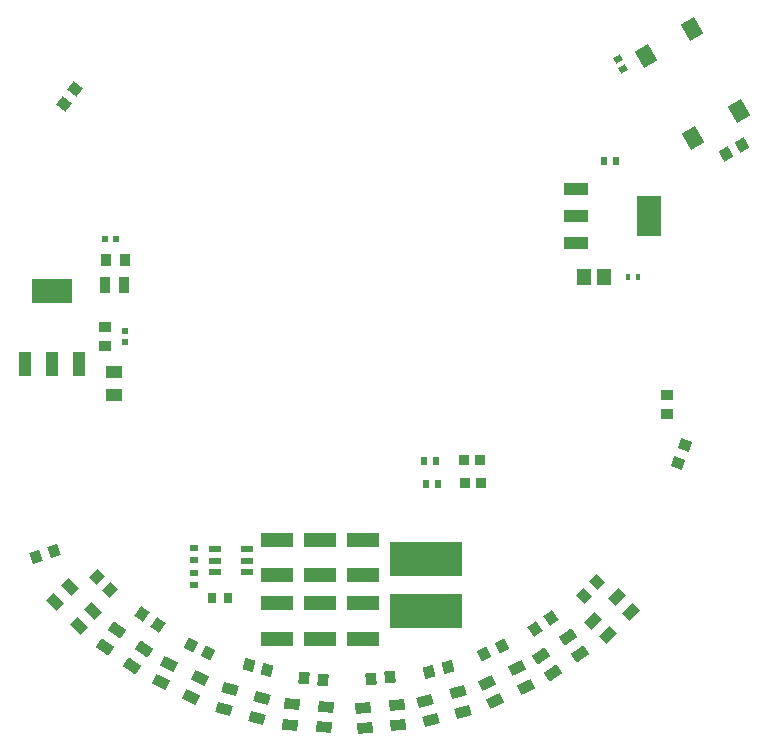
<source format=gtp>
G04*
G04 #@! TF.GenerationSoftware,Altium Limited,Altium Designer,18.1.9 (240)*
G04*
G04 Layer_Color=8421504*
%FSLAX25Y25*%
%MOIN*%
G70*
G01*
G75*
G04:AMPARAMS|DCode=22|XSize=62.99mil|YSize=51.18mil|CornerRadius=0mil|HoleSize=0mil|Usage=FLASHONLY|Rotation=120.000|XOffset=0mil|YOffset=0mil|HoleType=Round|Shape=Rectangle|*
%AMROTATEDRECTD22*
4,1,4,0.03791,-0.01448,-0.00641,-0.04007,-0.03791,0.01448,0.00641,0.04007,0.03791,-0.01448,0.0*
%
%ADD22ROTATEDRECTD22*%

%ADD23R,0.03937X0.02362*%
%ADD24R,0.08465X0.04331*%
%ADD25R,0.08465X0.04331*%
%ADD26R,0.08465X0.13780*%
G04:AMPARAMS|DCode=27|XSize=51.18mil|YSize=35.43mil|CornerRadius=0mil|HoleSize=0mil|Usage=FLASHONLY|Rotation=45.000|XOffset=0mil|YOffset=0mil|HoleType=Round|Shape=Rectangle|*
%AMROTATEDRECTD27*
4,1,4,-0.00557,-0.03062,-0.03062,-0.00557,0.00557,0.03062,0.03062,0.00557,-0.00557,-0.03062,0.0*
%
%ADD27ROTATEDRECTD27*%

%ADD28R,0.05512X0.04134*%
%ADD29R,0.03937X0.03543*%
%ADD30R,0.02165X0.02559*%
%ADD31R,0.01772X0.02165*%
%ADD32R,0.24016X0.11614*%
%ADD33R,0.04331X0.08465*%
%ADD34R,0.04331X0.08465*%
%ADD35R,0.13780X0.08465*%
%ADD36R,0.04724X0.05512*%
%ADD37R,0.03347X0.03740*%
%ADD38R,0.10630X0.04528*%
%ADD39R,0.03740X0.05315*%
G04:AMPARAMS|DCode=40|XSize=39.37mil|YSize=35.43mil|CornerRadius=0mil|HoleSize=0mil|Usage=FLASHONLY|Rotation=142.000|XOffset=0mil|YOffset=0mil|HoleType=Round|Shape=Rectangle|*
%AMROTATEDRECTD40*
4,1,4,0.02642,0.00184,0.00461,-0.02608,-0.02642,-0.00184,-0.00461,0.02608,0.02642,0.00184,0.0*
%
%ADD40ROTATEDRECTD40*%

%ADD41R,0.02756X0.03543*%
%ADD42R,0.02441X0.02441*%
G04:AMPARAMS|DCode=43|XSize=25.59mil|YSize=21.65mil|CornerRadius=0mil|HoleSize=0mil|Usage=FLASHONLY|Rotation=210.000|XOffset=0mil|YOffset=0mil|HoleType=Round|Shape=Rectangle|*
%AMROTATEDRECTD43*
4,1,4,0.00567,0.01577,0.01649,-0.00298,-0.00567,-0.01577,-0.01649,0.00298,0.00567,0.01577,0.0*
%
%ADD43ROTATEDRECTD43*%

%ADD44R,0.02559X0.02165*%
%ADD45R,0.02441X0.02441*%
%ADD46R,0.03543X0.03937*%
G04:AMPARAMS|DCode=47|XSize=39.37mil|YSize=35.43mil|CornerRadius=0mil|HoleSize=0mil|Usage=FLASHONLY|Rotation=120.000|XOffset=0mil|YOffset=0mil|HoleType=Round|Shape=Rectangle|*
%AMROTATEDRECTD47*
4,1,4,0.02519,-0.00819,-0.00550,-0.02591,-0.02519,0.00819,0.00550,0.02591,0.02519,-0.00819,0.0*
%
%ADD47ROTATEDRECTD47*%

G04:AMPARAMS|DCode=48|XSize=39.37mil|YSize=35.43mil|CornerRadius=0mil|HoleSize=0mil|Usage=FLASHONLY|Rotation=225.000|XOffset=0mil|YOffset=0mil|HoleType=Round|Shape=Rectangle|*
%AMROTATEDRECTD48*
4,1,4,0.00139,0.02645,0.02645,0.00139,-0.00139,-0.02645,-0.02645,-0.00139,0.00139,0.02645,0.0*
%
%ADD48ROTATEDRECTD48*%

G04:AMPARAMS|DCode=49|XSize=39.37mil|YSize=35.43mil|CornerRadius=0mil|HoleSize=0mil|Usage=FLASHONLY|Rotation=235.000|XOffset=0mil|YOffset=0mil|HoleType=Round|Shape=Rectangle|*
%AMROTATEDRECTD49*
4,1,4,-0.00322,0.02629,0.02580,0.00596,0.00322,-0.02629,-0.02580,-0.00596,-0.00322,0.02629,0.0*
%
%ADD49ROTATEDRECTD49*%

G04:AMPARAMS|DCode=50|XSize=39.37mil|YSize=35.43mil|CornerRadius=0mil|HoleSize=0mil|Usage=FLASHONLY|Rotation=245.000|XOffset=0mil|YOffset=0mil|HoleType=Round|Shape=Rectangle|*
%AMROTATEDRECTD50*
4,1,4,-0.00774,0.02533,0.02438,0.01035,0.00774,-0.02533,-0.02438,-0.01035,-0.00774,0.02533,0.0*
%
%ADD50ROTATEDRECTD50*%

G04:AMPARAMS|DCode=51|XSize=39.37mil|YSize=35.43mil|CornerRadius=0mil|HoleSize=0mil|Usage=FLASHONLY|Rotation=255.000|XOffset=0mil|YOffset=0mil|HoleType=Round|Shape=Rectangle|*
%AMROTATEDRECTD51*
4,1,4,-0.01202,0.02360,0.02221,0.01443,0.01202,-0.02360,-0.02221,-0.01443,-0.01202,0.02360,0.0*
%
%ADD51ROTATEDRECTD51*%

G04:AMPARAMS|DCode=52|XSize=39.37mil|YSize=35.43mil|CornerRadius=0mil|HoleSize=0mil|Usage=FLASHONLY|Rotation=265.000|XOffset=0mil|YOffset=0mil|HoleType=Round|Shape=Rectangle|*
%AMROTATEDRECTD52*
4,1,4,-0.01593,0.02115,0.01936,0.01807,0.01593,-0.02115,-0.01936,-0.01807,-0.01593,0.02115,0.0*
%
%ADD52ROTATEDRECTD52*%

G04:AMPARAMS|DCode=53|XSize=39.37mil|YSize=35.43mil|CornerRadius=0mil|HoleSize=0mil|Usage=FLASHONLY|Rotation=275.000|XOffset=0mil|YOffset=0mil|HoleType=Round|Shape=Rectangle|*
%AMROTATEDRECTD53*
4,1,4,-0.01936,0.01807,0.01593,0.02115,0.01936,-0.01807,-0.01593,-0.02115,-0.01936,0.01807,0.0*
%
%ADD53ROTATEDRECTD53*%

G04:AMPARAMS|DCode=54|XSize=39.37mil|YSize=35.43mil|CornerRadius=0mil|HoleSize=0mil|Usage=FLASHONLY|Rotation=285.000|XOffset=0mil|YOffset=0mil|HoleType=Round|Shape=Rectangle|*
%AMROTATEDRECTD54*
4,1,4,-0.02221,0.01443,0.01202,0.02360,0.02221,-0.01443,-0.01202,-0.02360,-0.02221,0.01443,0.0*
%
%ADD54ROTATEDRECTD54*%

G04:AMPARAMS|DCode=55|XSize=39.37mil|YSize=35.43mil|CornerRadius=0mil|HoleSize=0mil|Usage=FLASHONLY|Rotation=295.000|XOffset=0mil|YOffset=0mil|HoleType=Round|Shape=Rectangle|*
%AMROTATEDRECTD55*
4,1,4,-0.02438,0.01035,0.00774,0.02533,0.02438,-0.01035,-0.00774,-0.02533,-0.02438,0.01035,0.0*
%
%ADD55ROTATEDRECTD55*%

G04:AMPARAMS|DCode=56|XSize=39.37mil|YSize=35.43mil|CornerRadius=0mil|HoleSize=0mil|Usage=FLASHONLY|Rotation=305.000|XOffset=0mil|YOffset=0mil|HoleType=Round|Shape=Rectangle|*
%AMROTATEDRECTD56*
4,1,4,-0.02580,0.00596,0.00322,0.02629,0.02580,-0.00596,-0.00322,-0.02629,-0.02580,0.00596,0.0*
%
%ADD56ROTATEDRECTD56*%

G04:AMPARAMS|DCode=57|XSize=39.37mil|YSize=35.43mil|CornerRadius=0mil|HoleSize=0mil|Usage=FLASHONLY|Rotation=315.000|XOffset=0mil|YOffset=0mil|HoleType=Round|Shape=Rectangle|*
%AMROTATEDRECTD57*
4,1,4,-0.02645,0.00139,-0.00139,0.02645,0.02645,-0.00139,0.00139,-0.02645,-0.02645,0.00139,0.0*
%
%ADD57ROTATEDRECTD57*%

G04:AMPARAMS|DCode=58|XSize=51.18mil|YSize=35.43mil|CornerRadius=0mil|HoleSize=0mil|Usage=FLASHONLY|Rotation=315.000|XOffset=0mil|YOffset=0mil|HoleType=Round|Shape=Rectangle|*
%AMROTATEDRECTD58*
4,1,4,-0.03062,0.00557,-0.00557,0.03062,0.03062,-0.00557,0.00557,-0.03062,-0.03062,0.00557,0.0*
%
%ADD58ROTATEDRECTD58*%

G04:AMPARAMS|DCode=59|XSize=51.18mil|YSize=35.43mil|CornerRadius=0mil|HoleSize=0mil|Usage=FLASHONLY|Rotation=325.000|XOffset=0mil|YOffset=0mil|HoleType=Round|Shape=Rectangle|*
%AMROTATEDRECTD59*
4,1,4,-0.03112,0.00017,-0.01080,0.02919,0.03112,-0.00017,0.01080,-0.02919,-0.03112,0.00017,0.0*
%
%ADD59ROTATEDRECTD59*%

G04:AMPARAMS|DCode=60|XSize=51.18mil|YSize=35.43mil|CornerRadius=0mil|HoleSize=0mil|Usage=FLASHONLY|Rotation=335.000|XOffset=0mil|YOffset=0mil|HoleType=Round|Shape=Rectangle|*
%AMROTATEDRECTD60*
4,1,4,-0.03068,-0.00524,-0.01571,0.02687,0.03068,0.00524,0.01571,-0.02687,-0.03068,-0.00524,0.0*
%
%ADD60ROTATEDRECTD60*%

G04:AMPARAMS|DCode=61|XSize=51.18mil|YSize=35.43mil|CornerRadius=0mil|HoleSize=0mil|Usage=FLASHONLY|Rotation=345.000|XOffset=0mil|YOffset=0mil|HoleType=Round|Shape=Rectangle|*
%AMROTATEDRECTD61*
4,1,4,-0.02930,-0.01049,-0.02013,0.02374,0.02930,0.01049,0.02013,-0.02374,-0.02930,-0.01049,0.0*
%
%ADD61ROTATEDRECTD61*%

G04:AMPARAMS|DCode=62|XSize=51.18mil|YSize=35.43mil|CornerRadius=0mil|HoleSize=0mil|Usage=FLASHONLY|Rotation=355.000|XOffset=0mil|YOffset=0mil|HoleType=Round|Shape=Rectangle|*
%AMROTATEDRECTD62*
4,1,4,-0.02704,-0.01542,-0.02395,0.01988,0.02704,0.01542,0.02395,-0.01988,-0.02704,-0.01542,0.0*
%
%ADD62ROTATEDRECTD62*%

G04:AMPARAMS|DCode=63|XSize=51.18mil|YSize=35.43mil|CornerRadius=0mil|HoleSize=0mil|Usage=FLASHONLY|Rotation=5.000|XOffset=0mil|YOffset=0mil|HoleType=Round|Shape=Rectangle|*
%AMROTATEDRECTD63*
4,1,4,-0.02395,-0.01988,-0.02704,0.01542,0.02395,0.01988,0.02704,-0.01542,-0.02395,-0.01988,0.0*
%
%ADD63ROTATEDRECTD63*%

G04:AMPARAMS|DCode=64|XSize=51.18mil|YSize=35.43mil|CornerRadius=0mil|HoleSize=0mil|Usage=FLASHONLY|Rotation=15.000|XOffset=0mil|YOffset=0mil|HoleType=Round|Shape=Rectangle|*
%AMROTATEDRECTD64*
4,1,4,-0.02013,-0.02374,-0.02930,0.01049,0.02013,0.02374,0.02930,-0.01049,-0.02013,-0.02374,0.0*
%
%ADD64ROTATEDRECTD64*%

G04:AMPARAMS|DCode=65|XSize=51.18mil|YSize=35.43mil|CornerRadius=0mil|HoleSize=0mil|Usage=FLASHONLY|Rotation=25.000|XOffset=0mil|YOffset=0mil|HoleType=Round|Shape=Rectangle|*
%AMROTATEDRECTD65*
4,1,4,-0.01571,-0.02687,-0.03068,0.00524,0.01571,0.02687,0.03068,-0.00524,-0.01571,-0.02687,0.0*
%
%ADD65ROTATEDRECTD65*%

G04:AMPARAMS|DCode=66|XSize=51.18mil|YSize=35.43mil|CornerRadius=0mil|HoleSize=0mil|Usage=FLASHONLY|Rotation=35.000|XOffset=0mil|YOffset=0mil|HoleType=Round|Shape=Rectangle|*
%AMROTATEDRECTD66*
4,1,4,-0.01080,-0.02919,-0.03112,-0.00017,0.01080,0.02919,0.03112,0.00017,-0.01080,-0.02919,0.0*
%
%ADD66ROTATEDRECTD66*%

G04:AMPARAMS|DCode=67|XSize=39.37mil|YSize=35.43mil|CornerRadius=0mil|HoleSize=0mil|Usage=FLASHONLY|Rotation=108.000|XOffset=0mil|YOffset=0mil|HoleType=Round|Shape=Rectangle|*
%AMROTATEDRECTD67*
4,1,4,0.02293,-0.01325,-0.01077,-0.02420,-0.02293,0.01325,0.01077,0.02420,0.02293,-0.01325,0.0*
%
%ADD67ROTATEDRECTD67*%

G04:AMPARAMS|DCode=68|XSize=39.37mil|YSize=35.43mil|CornerRadius=0mil|HoleSize=0mil|Usage=FLASHONLY|Rotation=340.000|XOffset=0mil|YOffset=0mil|HoleType=Round|Shape=Rectangle|*
%AMROTATEDRECTD68*
4,1,4,-0.02456,-0.00991,-0.01244,0.02338,0.02456,0.00991,0.01244,-0.02338,-0.02456,-0.00991,0.0*
%
%ADD68ROTATEDRECTD68*%

D22*
X245381Y234075D02*
D03*
X260724Y242933D02*
D03*
X261129Y206799D02*
D03*
X276472Y215657D02*
D03*
D23*
X112413Y62060D02*
D03*
Y65800D02*
D03*
Y69540D02*
D03*
X101587D02*
D03*
Y65800D02*
D03*
Y62060D02*
D03*
D24*
X222047Y189862D02*
D03*
Y171752D02*
D03*
D25*
Y180807D02*
D03*
D26*
X246457Y180807D02*
D03*
D27*
X235562Y53706D02*
D03*
X240434Y48834D02*
D03*
X232500Y40900D02*
D03*
X227628Y45772D02*
D03*
D28*
X68100Y121060D02*
D03*
Y128540D02*
D03*
D29*
X252165Y120965D02*
D03*
Y114665D02*
D03*
X65000Y137333D02*
D03*
Y143632D02*
D03*
D30*
X175201Y99106D02*
D03*
X171264D02*
D03*
X231299Y199016D02*
D03*
X235236D02*
D03*
X175988Y91464D02*
D03*
X172051D02*
D03*
D31*
X239201Y160457D02*
D03*
X242744D02*
D03*
D32*
X171900Y66460D02*
D03*
Y48940D02*
D03*
D33*
X38245Y131378D02*
D03*
X56355D02*
D03*
D34*
X47300D02*
D03*
D35*
X47300Y155787D02*
D03*
D36*
X231319Y160457D02*
D03*
X224626D02*
D03*
D37*
X184575Y99239D02*
D03*
X189890D02*
D03*
X184862Y91586D02*
D03*
X190177D02*
D03*
D38*
X150878Y60895D02*
D03*
Y72706D02*
D03*
X136778Y60895D02*
D03*
Y72706D02*
D03*
X122378Y60895D02*
D03*
Y72706D02*
D03*
X122378Y51605D02*
D03*
Y39794D02*
D03*
X136778Y51605D02*
D03*
Y39794D02*
D03*
X150878Y51605D02*
D03*
Y39794D02*
D03*
D39*
X71350Y157782D02*
D03*
X65050D02*
D03*
D40*
X51210Y218187D02*
D03*
X55089Y223151D02*
D03*
D41*
X100544Y53400D02*
D03*
X106056D02*
D03*
D42*
X68572Y172982D02*
D03*
X65028D02*
D03*
D43*
X237795Y229594D02*
D03*
X235827Y233004D02*
D03*
D44*
X94500Y61668D02*
D03*
Y57731D02*
D03*
Y70069D02*
D03*
Y66132D02*
D03*
D45*
X71500Y138757D02*
D03*
Y142300D02*
D03*
D46*
X71550Y165882D02*
D03*
X65250D02*
D03*
D47*
X277300Y204432D02*
D03*
X271845Y201282D02*
D03*
D48*
X62146Y60354D02*
D03*
X66600Y55900D02*
D03*
D49*
X77340Y48113D02*
D03*
X82500Y44500D02*
D03*
D50*
X99400Y35100D02*
D03*
X93691Y37762D02*
D03*
D51*
X119042Y29285D02*
D03*
X112958Y30915D02*
D03*
D52*
X137738Y26026D02*
D03*
X131462Y26575D02*
D03*
D53*
X160038Y26875D02*
D03*
X153762Y26326D02*
D03*
D54*
X179142Y30315D02*
D03*
X173058Y28685D02*
D03*
D55*
X197154Y37231D02*
D03*
X191446Y34569D02*
D03*
D56*
X213480Y46606D02*
D03*
X208320Y42994D02*
D03*
D57*
X228927Y58627D02*
D03*
X224473Y54173D02*
D03*
D58*
X61100Y49000D02*
D03*
X56228Y44128D02*
D03*
X48294Y52062D02*
D03*
X53166Y56934D02*
D03*
D59*
X78000Y36300D02*
D03*
X74048Y30656D02*
D03*
X64857Y37092D02*
D03*
X68809Y42736D02*
D03*
D60*
X96600Y26743D02*
D03*
X93688Y20499D02*
D03*
X83519Y25241D02*
D03*
X86431Y31485D02*
D03*
D61*
X117338Y19996D02*
D03*
X115555Y13341D02*
D03*
X104717Y16245D02*
D03*
X106500Y22900D02*
D03*
D62*
X138478Y17086D02*
D03*
X137878Y10222D02*
D03*
X126700Y11200D02*
D03*
X127301Y18064D02*
D03*
D63*
X162177Y17842D02*
D03*
X162778Y10978D02*
D03*
X151600Y10000D02*
D03*
X150999Y16863D02*
D03*
D64*
X182538Y22104D02*
D03*
X184321Y15449D02*
D03*
X173483Y12545D02*
D03*
X171700Y19200D02*
D03*
D65*
X202358Y29886D02*
D03*
X205269Y23642D02*
D03*
X195100Y18900D02*
D03*
X192188Y25144D02*
D03*
D66*
X219440Y40380D02*
D03*
X223391Y34736D02*
D03*
X214200Y28300D02*
D03*
X210248Y33944D02*
D03*
D67*
X42028Y66929D02*
D03*
X48019Y68876D02*
D03*
D68*
X258164Y104239D02*
D03*
X256009Y98320D02*
D03*
M02*

</source>
